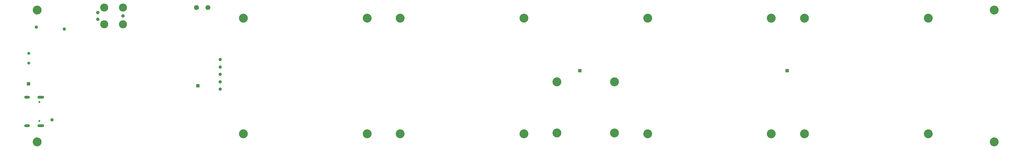
<source format=gbr>
%TF.GenerationSoftware,KiCad,Pcbnew,(6.0.0)*%
%TF.CreationDate,2023-01-06T22:04:12+00:00*%
%TF.ProjectId,masa,6d617361-2e6b-4696-9361-645f70636258,A*%
%TF.SameCoordinates,Original*%
%TF.FileFunction,Soldermask,Bot*%
%TF.FilePolarity,Negative*%
%FSLAX46Y46*%
G04 Gerber Fmt 4.6, Leading zero omitted, Abs format (unit mm)*
G04 Created by KiCad (PCBNEW (6.0.0)) date 2023-01-06 22:04:12*
%MOMM*%
%LPD*%
G01*
G04 APERTURE LIST*
%ADD10C,2.700000*%
%ADD11C,1.500000*%
%ADD12R,1.000000X1.000000*%
%ADD13C,1.000000*%
%ADD14C,0.600000*%
%ADD15O,2.000000X0.900000*%
%ADD16O,1.700000X0.900000*%
%ADD17C,1.066800*%
%ADD18C,2.451100*%
%ADD19C,0.900000*%
G04 APERTURE END LIST*
D10*
%TO.C,H19*%
X340000000Y-107500000D03*
%TD*%
%TO.C,H13*%
X255000000Y-142500000D03*
%TD*%
%TO.C,H23*%
X360000000Y-105000000D03*
%TD*%
D11*
%TO.C,J4*%
X121800000Y-104250000D03*
X118300000Y-104250000D03*
%TD*%
D12*
%TO.C,TP7*%
X118750000Y-128000000D03*
%TD*%
D10*
%TO.C,H24*%
X70000000Y-105000000D03*
%TD*%
%TO.C,H21*%
X70000000Y-145000000D03*
%TD*%
%TO.C,H2*%
X170000000Y-142500000D03*
%TD*%
%TO.C,H3*%
X170000000Y-107500000D03*
%TD*%
D13*
%TO.C,TP1*%
X125500000Y-120000000D03*
%TD*%
D12*
%TO.C,TP6*%
X234500000Y-123400000D03*
%TD*%
D10*
%TO.C,H7*%
X245000000Y-126800000D03*
%TD*%
D12*
%TO.C,TP8*%
X297300000Y-123400000D03*
%TD*%
%TO.C,TP4*%
X67400000Y-127400000D03*
%TD*%
D10*
%TO.C,H4*%
X132500000Y-107500000D03*
%TD*%
%TO.C,H8*%
X245000000Y-142300000D03*
%TD*%
%TO.C,H20*%
X302500000Y-107500000D03*
%TD*%
D13*
%TO.C,TP9*%
X125500000Y-122250000D03*
%TD*%
D10*
%TO.C,H6*%
X227500000Y-126800000D03*
%TD*%
D13*
%TO.C,TP12*%
X125500000Y-129000000D03*
%TD*%
D10*
%TO.C,H9*%
X180000000Y-142500000D03*
%TD*%
D13*
%TO.C,TP3*%
X69800000Y-110200000D03*
%TD*%
D10*
%TO.C,H5*%
X227500000Y-142300000D03*
%TD*%
%TO.C,H18*%
X340000000Y-142500000D03*
%TD*%
%TO.C,H1*%
X132500000Y-142500000D03*
%TD*%
D13*
%TO.C,TP2*%
X78250000Y-110750000D03*
%TD*%
D10*
%TO.C,H15*%
X292500000Y-107500000D03*
%TD*%
%TO.C,H12*%
X180000000Y-107500000D03*
%TD*%
%TO.C,H10*%
X217500000Y-142500000D03*
%TD*%
%TO.C,H14*%
X292500000Y-142500000D03*
%TD*%
%TO.C,H16*%
X255000000Y-107500000D03*
%TD*%
%TO.C,H17*%
X302500000Y-142500000D03*
%TD*%
D13*
%TO.C,TP11*%
X125500000Y-126750000D03*
%TD*%
D10*
%TO.C,H11*%
X217500000Y-107500000D03*
%TD*%
D14*
%TO.C,J2*%
X70700000Y-138640000D03*
X70700000Y-132860000D03*
D15*
X71180000Y-131430000D03*
D16*
X67010000Y-140070000D03*
D15*
X71180000Y-140070000D03*
D16*
X67010000Y-131430000D03*
%TD*%
D10*
%TO.C,H22*%
X360000000Y-145000000D03*
%TD*%
D17*
%TO.C,J3*%
X88437500Y-107775000D03*
X88437500Y-105745000D03*
D18*
X96057500Y-109300000D03*
X96057500Y-104220000D03*
D17*
X96057500Y-106760000D03*
D18*
X90342500Y-104220000D03*
X90342500Y-109300000D03*
%TD*%
D13*
%TO.C,TP5*%
X74500000Y-138250000D03*
%TD*%
%TO.C,TP10*%
X125500000Y-124500000D03*
%TD*%
D19*
%TO.C,S3*%
X67525000Y-118100000D03*
X67525000Y-121100000D03*
%TD*%
M02*

</source>
